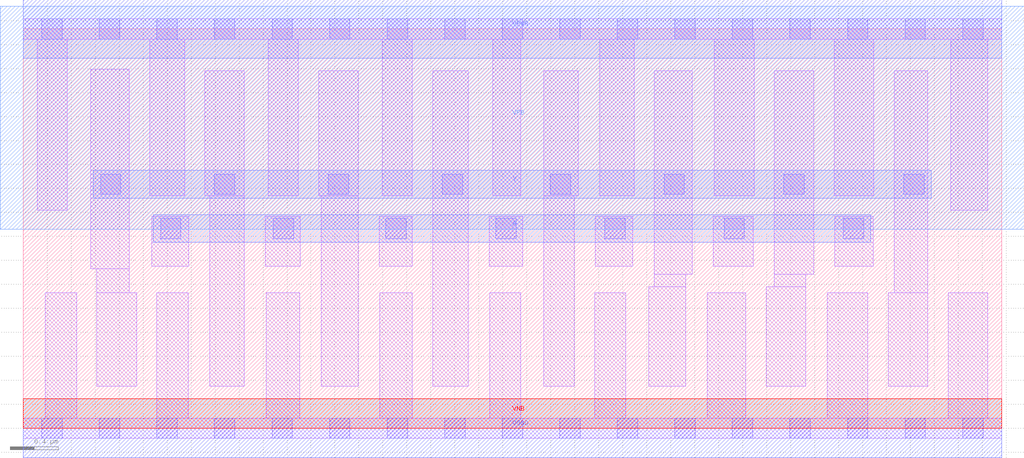
<source format=lef>
# Copyright 2020 The SkyWater PDK Authors
#
# Licensed under the Apache License, Version 2.0 (the "License");
# you may not use this file except in compliance with the License.
# You may obtain a copy of the License at
#
#     https://www.apache.org/licenses/LICENSE-2.0
#
# Unless required by applicable law or agreed to in writing, software
# distributed under the License is distributed on an "AS IS" BASIS,
# WITHOUT WARRANTIES OR CONDITIONS OF ANY KIND, either express or implied.
# See the License for the specific language governing permissions and
# limitations under the License.
#
# SPDX-License-Identifier: Apache-2.0

VERSION 5.7 ;
  NOWIREEXTENSIONATPIN ON ;
  DIVIDERCHAR "/" ;
  BUSBITCHARS "[]" ;
MACRO sky130_fd_sc_ls__inv_16
  CLASS CORE ;
  FOREIGN sky130_fd_sc_ls__inv_16 ;
  ORIGIN  0.000000  0.000000 ;
  SIZE  8.160000 BY  3.330000 ;
  SYMMETRY X Y ;
  SITE unit ;
  PIN A
    ANTENNAGATEAREA  4.464000 ;
    DIRECTION INPUT ;
    USE SIGNAL ;
    PORT
      LAYER met1 ;
        RECT 1.085000 1.550000 7.070000 1.780000 ;
    END
  END A
  PIN Y
    ANTENNADIFFAREA  4.379200 ;
    DIRECTION OUTPUT ;
    USE SIGNAL ;
    PORT
      LAYER met1 ;
        RECT 0.585000 1.920000 7.575000 2.150000 ;
    END
  END Y
  PIN VGND
    DIRECTION INOUT ;
    SHAPE ABUTMENT ;
    USE GROUND ;
    PORT
      LAYER met1 ;
        RECT 0.000000 -0.245000 8.160000 0.245000 ;
    END
  END VGND
  PIN VNB
    DIRECTION INOUT ;
    USE GROUND ;
    PORT
      LAYER pwell ;
        RECT 0.000000 0.000000 8.160000 0.245000 ;
    END
  END VNB
  PIN VPB
    DIRECTION INOUT ;
    USE POWER ;
    PORT
      LAYER nwell ;
        RECT -0.190000 1.660000 8.350000 3.520000 ;
    END
  END VPB
  PIN VPWR
    DIRECTION INOUT ;
    SHAPE ABUTMENT ;
    USE POWER ;
    PORT
      LAYER met1 ;
        RECT 0.000000 3.085000 8.160000 3.575000 ;
    END
  END VPWR
  OBS
    LAYER li1 ;
      RECT 0.000000 -0.085000 8.160000 0.085000 ;
      RECT 0.000000  3.245000 8.160000 3.415000 ;
      RECT 0.115000  1.820000 0.365000 3.245000 ;
      RECT 0.185000  0.085000 0.445000 1.130000 ;
      RECT 0.565000  1.330000 0.885000 2.995000 ;
      RECT 0.615000  0.350000 0.945000 1.130000 ;
      RECT 0.615000  1.130000 0.885000 1.330000 ;
      RECT 1.055000  1.940000 1.345000 3.245000 ;
      RECT 1.070000  1.350000 1.380000 1.770000 ;
      RECT 1.115000  0.085000 1.375000 1.130000 ;
      RECT 1.515000  1.940000 1.845000 2.980000 ;
      RECT 1.555000  0.350000 1.845000 1.940000 ;
      RECT 2.020000  1.350000 2.310000 1.770000 ;
      RECT 2.025000  0.085000 2.305000 1.130000 ;
      RECT 2.045000  1.940000 2.295000 3.245000 ;
      RECT 2.465000  1.940000 2.795000 2.980000 ;
      RECT 2.485000  0.350000 2.795000 1.940000 ;
      RECT 2.970000  1.350000 3.245000 1.770000 ;
      RECT 2.975000  0.085000 3.245000 1.130000 ;
      RECT 2.995000  1.940000 3.245000 3.245000 ;
      RECT 3.415000  0.350000 3.710000 2.980000 ;
      RECT 3.885000  1.350000 4.165000 1.770000 ;
      RECT 3.890000  0.085000 4.150000 1.130000 ;
      RECT 3.915000  1.940000 4.150000 3.245000 ;
      RECT 4.340000  0.350000 4.595000 1.940000 ;
      RECT 4.340000  1.940000 4.630000 2.980000 ;
      RECT 4.765000  0.085000 5.025000 1.130000 ;
      RECT 4.770000  1.350000 5.085000 1.770000 ;
      RECT 4.810000  1.940000 5.095000 3.245000 ;
      RECT 5.215000  0.350000 5.525000 1.180000 ;
      RECT 5.265000  1.180000 5.525000 1.285000 ;
      RECT 5.265000  1.285000 5.580000 2.980000 ;
      RECT 5.705000  0.085000 6.025000 1.130000 ;
      RECT 5.755000  1.350000 6.090000 1.770000 ;
      RECT 5.765000  1.940000 6.095000 3.245000 ;
      RECT 6.195000  0.350000 6.525000 1.180000 ;
      RECT 6.265000  1.180000 6.525000 1.285000 ;
      RECT 6.265000  1.285000 6.595000 2.980000 ;
      RECT 6.705000  0.085000 7.045000 1.130000 ;
      RECT 6.765000  1.940000 7.095000 3.245000 ;
      RECT 6.770000  1.350000 7.090000 1.770000 ;
      RECT 7.215000  0.350000 7.545000 1.130000 ;
      RECT 7.265000  1.130000 7.545000 2.980000 ;
      RECT 7.715000  0.085000 8.045000 1.130000 ;
      RECT 7.735000  1.820000 8.045000 3.245000 ;
    LAYER mcon ;
      RECT 0.155000 -0.085000 0.325000 0.085000 ;
      RECT 0.155000  3.245000 0.325000 3.415000 ;
      RECT 0.635000 -0.085000 0.805000 0.085000 ;
      RECT 0.635000  3.245000 0.805000 3.415000 ;
      RECT 0.645000  1.950000 0.815000 2.120000 ;
      RECT 1.115000 -0.085000 1.285000 0.085000 ;
      RECT 1.115000  3.245000 1.285000 3.415000 ;
      RECT 1.145000  1.580000 1.315000 1.750000 ;
      RECT 1.595000 -0.085000 1.765000 0.085000 ;
      RECT 1.595000  1.950000 1.765000 2.120000 ;
      RECT 1.595000  3.245000 1.765000 3.415000 ;
      RECT 2.075000 -0.085000 2.245000 0.085000 ;
      RECT 2.075000  3.245000 2.245000 3.415000 ;
      RECT 2.085000  1.580000 2.255000 1.750000 ;
      RECT 2.545000  1.950000 2.715000 2.120000 ;
      RECT 2.555000 -0.085000 2.725000 0.085000 ;
      RECT 2.555000  3.245000 2.725000 3.415000 ;
      RECT 3.025000  1.580000 3.195000 1.750000 ;
      RECT 3.035000 -0.085000 3.205000 0.085000 ;
      RECT 3.035000  3.245000 3.205000 3.415000 ;
      RECT 3.495000  1.950000 3.665000 2.120000 ;
      RECT 3.515000 -0.085000 3.685000 0.085000 ;
      RECT 3.515000  3.245000 3.685000 3.415000 ;
      RECT 3.940000  1.580000 4.110000 1.750000 ;
      RECT 3.995000 -0.085000 4.165000 0.085000 ;
      RECT 3.995000  3.245000 4.165000 3.415000 ;
      RECT 4.395000  1.950000 4.565000 2.120000 ;
      RECT 4.475000 -0.085000 4.645000 0.085000 ;
      RECT 4.475000  3.245000 4.645000 3.415000 ;
      RECT 4.850000  1.580000 5.020000 1.750000 ;
      RECT 4.955000 -0.085000 5.125000 0.085000 ;
      RECT 4.955000  3.245000 5.125000 3.415000 ;
      RECT 5.345000  1.950000 5.515000 2.120000 ;
      RECT 5.435000 -0.085000 5.605000 0.085000 ;
      RECT 5.435000  3.245000 5.605000 3.415000 ;
      RECT 5.845000  1.580000 6.015000 1.750000 ;
      RECT 5.915000 -0.085000 6.085000 0.085000 ;
      RECT 5.915000  3.245000 6.085000 3.415000 ;
      RECT 6.345000  1.950000 6.515000 2.120000 ;
      RECT 6.395000 -0.085000 6.565000 0.085000 ;
      RECT 6.395000  3.245000 6.565000 3.415000 ;
      RECT 6.840000  1.580000 7.010000 1.750000 ;
      RECT 6.875000 -0.085000 7.045000 0.085000 ;
      RECT 6.875000  3.245000 7.045000 3.415000 ;
      RECT 7.345000  1.950000 7.515000 2.120000 ;
      RECT 7.355000 -0.085000 7.525000 0.085000 ;
      RECT 7.355000  3.245000 7.525000 3.415000 ;
      RECT 7.835000 -0.085000 8.005000 0.085000 ;
      RECT 7.835000  3.245000 8.005000 3.415000 ;
  END
END sky130_fd_sc_ls__inv_16
END LIBRARY

</source>
